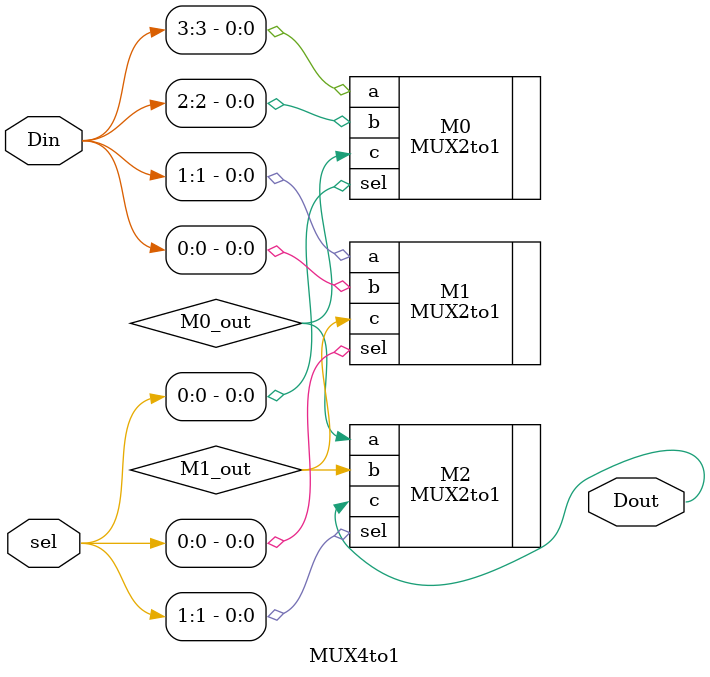
<source format=v>
module MUX4to1(Din, sel, Dout);
input [3:0]Din;
input [1:0]sel;
output Dout;

wire M0_out, M1_out;

MUX2to1 M0(.a(Din[3]), .b(Din[2]), .sel(sel[0]), .c(M0_out));
MUX2to1 M1(.a(Din[1]), .b(Din[0]), .sel(sel[0]), .c(M1_out));
MUX2to1 M2(.a(M0_out), .b(M1_out), .sel(sel[1]), .c(Dout));

endmodule

</source>
